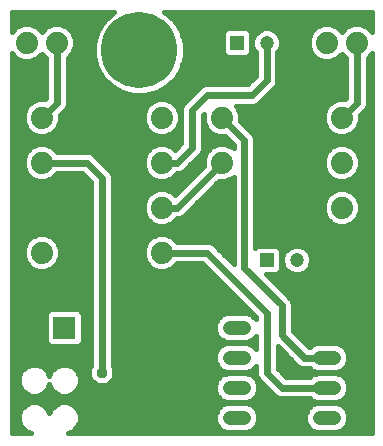
<source format=gtl>
G75*
G70*
%OFA0B0*%
%FSLAX24Y24*%
%IPPOS*%
%LPD*%
%AMOC8*
5,1,8,0,0,1.08239X$1,22.5*
%
%ADD10R,0.0472X0.0472*%
%ADD11C,0.0472*%
%ADD12C,0.0740*%
%ADD13C,0.0480*%
%ADD14C,0.0160*%
%ADD15C,0.0760*%
%ADD16C,0.2540*%
%ADD17R,0.0760X0.0760*%
%ADD18C,0.0240*%
%ADD19OC8,0.0356*%
D10*
X008938Y006346D03*
X007938Y013596D03*
D11*
X008922Y013596D03*
X009922Y006346D03*
D12*
X011430Y008096D03*
X011430Y009596D03*
X011430Y011096D03*
X010930Y013596D03*
X011930Y013596D03*
X007430Y011096D03*
X007430Y009596D03*
X007430Y008096D03*
X005430Y008096D03*
X005430Y006596D03*
X005430Y009596D03*
X005430Y011096D03*
X001930Y013596D03*
X000930Y013596D03*
X001430Y011096D03*
X001430Y009596D03*
X001430Y008096D03*
X001430Y006596D03*
D13*
X007690Y004096D02*
X008170Y004096D01*
X008170Y003096D02*
X007690Y003096D01*
X007690Y002096D02*
X008170Y002096D01*
X008170Y001096D02*
X007690Y001096D01*
X010690Y001096D02*
X011170Y001096D01*
X011170Y002096D02*
X010690Y002096D01*
X010690Y003096D02*
X011170Y003096D01*
X011170Y004096D02*
X010690Y004096D01*
D14*
X000420Y000586D02*
X000420Y013244D01*
X000584Y013079D01*
X000809Y012986D01*
X001051Y012986D01*
X001276Y013079D01*
X001430Y013234D01*
X001570Y013094D01*
X001570Y011745D01*
X001531Y011706D01*
X001309Y011706D01*
X001084Y011613D01*
X000913Y011442D01*
X000820Y011218D01*
X000820Y010975D01*
X000913Y010751D01*
X001084Y010579D01*
X001309Y010486D01*
X001551Y010486D01*
X001776Y010579D01*
X001947Y010751D01*
X002040Y010975D01*
X002040Y011197D01*
X002235Y011392D01*
X002290Y011525D01*
X002290Y013094D01*
X002447Y013251D01*
X002540Y013475D01*
X002540Y013718D01*
X002447Y013942D01*
X002276Y014113D01*
X002051Y014206D01*
X001809Y014206D01*
X001584Y014113D01*
X001430Y013959D01*
X001276Y014113D01*
X001051Y014206D01*
X000809Y014206D01*
X000584Y014113D01*
X000420Y013949D01*
X000420Y014606D01*
X003842Y014606D01*
X003753Y014555D01*
X003472Y014274D01*
X003273Y013929D01*
X003170Y013545D01*
X003170Y013148D01*
X003273Y012764D01*
X003472Y012419D01*
X003753Y012138D01*
X004097Y011939D01*
X004481Y011836D01*
X004879Y011836D01*
X005263Y011939D01*
X005607Y012138D01*
X005888Y012419D01*
X006087Y012764D01*
X006190Y013148D01*
X006190Y013545D01*
X006087Y013929D01*
X005888Y014274D01*
X005607Y014555D01*
X005518Y014606D01*
X012440Y014606D01*
X012440Y013949D01*
X012276Y014113D01*
X012051Y014206D01*
X011809Y014206D01*
X011584Y014113D01*
X011430Y013959D01*
X011276Y014113D01*
X011051Y014206D01*
X010809Y014206D01*
X010584Y014113D01*
X010413Y013942D01*
X010320Y013718D01*
X010320Y013475D01*
X010413Y013251D01*
X010584Y013079D01*
X010809Y012986D01*
X011051Y012986D01*
X011276Y013079D01*
X011430Y013234D01*
X011570Y013094D01*
X011570Y011745D01*
X011531Y011706D01*
X011309Y011706D01*
X011084Y011613D01*
X010913Y011442D01*
X010820Y011218D01*
X010820Y010975D01*
X010913Y010751D01*
X011084Y010579D01*
X011309Y010486D01*
X011551Y010486D01*
X011776Y010579D01*
X011947Y010751D01*
X012040Y010975D01*
X012040Y011197D01*
X012235Y011392D01*
X012290Y011525D01*
X012290Y013094D01*
X012440Y013244D01*
X012440Y000586D01*
X002296Y000586D01*
X002472Y000659D01*
X002617Y000804D01*
X002696Y000994D01*
X002696Y001199D01*
X002617Y001388D01*
X002472Y001533D01*
X002283Y001612D01*
X002077Y001612D01*
X001888Y001533D01*
X001743Y001388D01*
X001680Y001237D01*
X001617Y001388D01*
X001472Y001533D01*
X001283Y001612D01*
X001077Y001612D01*
X000888Y001533D01*
X000743Y001388D01*
X000664Y001199D01*
X000664Y000994D01*
X000743Y000804D01*
X000888Y000659D01*
X001064Y000586D01*
X000420Y000586D01*
X000420Y000663D02*
X000884Y000663D01*
X000736Y000822D02*
X000420Y000822D01*
X000420Y000980D02*
X000670Y000980D01*
X000664Y001139D02*
X000420Y001139D01*
X000420Y001297D02*
X000705Y001297D01*
X000810Y001456D02*
X000420Y001456D01*
X000420Y001614D02*
X012440Y001614D01*
X012440Y001456D02*
X011489Y001456D01*
X011442Y001503D02*
X011265Y001576D01*
X010595Y001576D01*
X010418Y001503D01*
X010283Y001368D01*
X010210Y001192D01*
X010210Y001001D01*
X010283Y000824D01*
X010418Y000689D01*
X010595Y000616D01*
X011265Y000616D01*
X011442Y000689D01*
X011577Y000824D01*
X011650Y001001D01*
X011650Y001192D01*
X011577Y001368D01*
X011442Y001503D01*
X011442Y001689D02*
X011577Y001824D01*
X011650Y002001D01*
X011650Y002192D01*
X011577Y002368D01*
X011442Y002503D01*
X011265Y002576D01*
X010595Y002576D01*
X010418Y002503D01*
X010371Y002456D01*
X009579Y002456D01*
X009290Y002745D01*
X009290Y003477D01*
X009875Y002892D01*
X009976Y002791D01*
X010108Y002736D01*
X010371Y002736D01*
X010418Y002689D01*
X010595Y002616D01*
X011265Y002616D01*
X011442Y002689D01*
X011577Y002824D01*
X011650Y003001D01*
X011650Y003192D01*
X011577Y003368D01*
X011442Y003503D01*
X011265Y003576D01*
X010595Y003576D01*
X010418Y003503D01*
X010371Y003456D01*
X010329Y003456D01*
X009790Y003995D01*
X009790Y004918D01*
X009735Y005050D01*
X009634Y005152D01*
X008915Y005870D01*
X009222Y005870D01*
X009310Y005907D01*
X009378Y005974D01*
X009414Y006062D01*
X009414Y006630D01*
X009378Y006719D01*
X009310Y006786D01*
X009222Y006823D01*
X008654Y006823D01*
X008566Y006786D01*
X008540Y006760D01*
X008540Y010418D01*
X008485Y010550D01*
X008384Y010652D01*
X008040Y010995D01*
X008040Y011218D01*
X007947Y011442D01*
X007903Y011486D01*
X008502Y011486D01*
X008634Y011541D01*
X008735Y011642D01*
X009227Y012135D01*
X009282Y012267D01*
X009282Y013283D01*
X009326Y013327D01*
X009398Y013502D01*
X010320Y013502D01*
X010320Y013660D02*
X009398Y013660D01*
X009398Y013691D02*
X009398Y013502D01*
X009333Y013343D02*
X010375Y013343D01*
X010479Y013185D02*
X009282Y013185D01*
X009282Y013026D02*
X010712Y013026D01*
X011148Y013026D02*
X011570Y013026D01*
X011570Y012868D02*
X009282Y012868D01*
X009282Y012709D02*
X011570Y012709D01*
X011570Y012551D02*
X009282Y012551D01*
X009282Y012392D02*
X011570Y012392D01*
X011570Y012234D02*
X009268Y012234D01*
X009168Y012075D02*
X011570Y012075D01*
X011570Y011917D02*
X009010Y011917D01*
X008851Y011758D02*
X011570Y011758D01*
X011071Y011600D02*
X008693Y011600D01*
X008281Y012206D02*
X006858Y012206D01*
X006726Y012152D01*
X006625Y012050D01*
X006226Y011652D01*
X006125Y011550D01*
X006070Y011418D01*
X006070Y010245D01*
X005857Y010032D01*
X005776Y010113D01*
X005551Y010206D01*
X005309Y010206D01*
X005084Y010113D01*
X004913Y009942D01*
X004820Y009718D01*
X004820Y009475D01*
X004913Y009251D01*
X005084Y009079D01*
X005309Y008986D01*
X005551Y008986D01*
X005776Y009079D01*
X005933Y009236D01*
X006002Y009236D01*
X006134Y009291D01*
X006235Y009392D01*
X006235Y009392D01*
X006735Y009892D01*
X006790Y010025D01*
X006790Y011197D01*
X006827Y011234D01*
X006820Y011218D01*
X006820Y010975D01*
X006913Y010751D01*
X007084Y010579D01*
X007309Y010486D01*
X007531Y010486D01*
X007820Y010197D01*
X007820Y010069D01*
X007776Y010113D01*
X007551Y010206D01*
X007309Y010206D01*
X007084Y010113D01*
X006913Y009942D01*
X006820Y009718D01*
X006820Y009495D01*
X005857Y008532D01*
X005776Y008613D01*
X005551Y008706D01*
X005309Y008706D01*
X005084Y008613D01*
X004913Y008442D01*
X004820Y008218D01*
X004820Y007975D01*
X004913Y007751D01*
X005084Y007579D01*
X005309Y007486D01*
X005551Y007486D01*
X005776Y007579D01*
X005933Y007736D01*
X006002Y007736D01*
X006134Y007791D01*
X007329Y008986D01*
X007551Y008986D01*
X007776Y009079D01*
X007820Y009124D01*
X007820Y006215D01*
X007134Y006902D01*
X007002Y006956D01*
X005933Y006956D01*
X005776Y007113D01*
X005551Y007206D01*
X005309Y007206D01*
X005084Y007113D01*
X004913Y006942D01*
X004820Y006718D01*
X004820Y006475D01*
X004913Y006251D01*
X005084Y006079D01*
X005309Y005986D01*
X005551Y005986D01*
X005776Y006079D01*
X005933Y006236D01*
X006781Y006236D01*
X008570Y004447D01*
X008570Y004375D01*
X008442Y004503D01*
X008265Y004576D01*
X007595Y004576D01*
X007418Y004503D01*
X007283Y004368D01*
X007210Y004192D01*
X007210Y004001D01*
X007283Y003824D01*
X007418Y003689D01*
X007595Y003616D01*
X008265Y003616D01*
X008442Y003689D01*
X008570Y003818D01*
X008570Y003375D01*
X008442Y003503D01*
X008265Y003576D01*
X007595Y003576D01*
X007418Y003503D01*
X007283Y003368D01*
X007210Y003192D01*
X007210Y003001D01*
X007283Y002824D01*
X007418Y002689D01*
X007595Y002616D01*
X008265Y002616D01*
X008442Y002689D01*
X008570Y002818D01*
X008570Y002525D01*
X008625Y002392D01*
X009125Y001892D01*
X009226Y001791D01*
X009358Y001736D01*
X010371Y001736D01*
X010418Y001689D01*
X010595Y001616D01*
X011265Y001616D01*
X011442Y001689D01*
X011525Y001773D02*
X012440Y001773D01*
X012440Y001931D02*
X011621Y001931D01*
X011650Y002090D02*
X012440Y002090D01*
X012440Y002248D02*
X011627Y002248D01*
X011538Y002407D02*
X012440Y002407D01*
X012440Y002565D02*
X011292Y002565D01*
X011476Y002724D02*
X012440Y002724D01*
X012440Y002882D02*
X011601Y002882D01*
X011650Y003041D02*
X012440Y003041D01*
X012440Y003199D02*
X011647Y003199D01*
X011581Y003358D02*
X012440Y003358D01*
X012440Y003516D02*
X011410Y003516D01*
X010568Y002565D02*
X009470Y002565D01*
X009312Y002724D02*
X010384Y002724D01*
X009885Y002882D02*
X009290Y002882D01*
X009290Y003041D02*
X009726Y003041D01*
X009568Y003199D02*
X009290Y003199D01*
X009290Y003358D02*
X009409Y003358D01*
X009952Y003833D02*
X012440Y003833D01*
X012440Y003675D02*
X010111Y003675D01*
X010269Y003516D02*
X010450Y003516D01*
X009794Y003992D02*
X012440Y003992D01*
X012440Y004150D02*
X009790Y004150D01*
X009790Y004309D02*
X012440Y004309D01*
X012440Y004467D02*
X009790Y004467D01*
X009790Y004626D02*
X012440Y004626D01*
X012440Y004784D02*
X009790Y004784D01*
X009780Y004943D02*
X012440Y004943D01*
X012440Y005101D02*
X009684Y005101D01*
X009526Y005260D02*
X012440Y005260D01*
X012440Y005418D02*
X009367Y005418D01*
X009209Y005577D02*
X012440Y005577D01*
X012440Y005735D02*
X009050Y005735D01*
X009279Y005894D02*
X009770Y005894D01*
X009827Y005870D02*
X009652Y005943D01*
X009518Y006077D01*
X009446Y006252D01*
X009446Y006441D01*
X009518Y006616D01*
X009652Y006750D01*
X009827Y006823D01*
X010017Y006823D01*
X010192Y006750D01*
X010326Y006616D01*
X010398Y006441D01*
X010398Y006252D01*
X010326Y006077D01*
X010192Y005943D01*
X010017Y005870D01*
X009827Y005870D01*
X010074Y005894D02*
X012440Y005894D01*
X012440Y006052D02*
X010302Y006052D01*
X010381Y006211D02*
X012440Y006211D01*
X012440Y006369D02*
X010398Y006369D01*
X010362Y006528D02*
X012440Y006528D01*
X012440Y006686D02*
X010256Y006686D01*
X009589Y006686D02*
X009391Y006686D01*
X009414Y006528D02*
X009482Y006528D01*
X009446Y006369D02*
X009414Y006369D01*
X009414Y006211D02*
X009463Y006211D01*
X009410Y006052D02*
X009543Y006052D01*
X008540Y006845D02*
X012440Y006845D01*
X012440Y007003D02*
X008540Y007003D01*
X008540Y007162D02*
X012440Y007162D01*
X012440Y007320D02*
X008540Y007320D01*
X008540Y007479D02*
X012440Y007479D01*
X012440Y007637D02*
X011834Y007637D01*
X011776Y007579D02*
X011947Y007751D01*
X012040Y007975D01*
X012040Y008218D01*
X011947Y008442D01*
X011776Y008613D01*
X011551Y008706D01*
X011309Y008706D01*
X011084Y008613D01*
X010913Y008442D01*
X010820Y008218D01*
X010820Y007975D01*
X010913Y007751D01*
X011084Y007579D01*
X011309Y007486D01*
X011551Y007486D01*
X011776Y007579D01*
X011966Y007796D02*
X012440Y007796D01*
X012440Y007954D02*
X012031Y007954D01*
X012040Y008113D02*
X012440Y008113D01*
X012440Y008271D02*
X012018Y008271D01*
X011952Y008430D02*
X012440Y008430D01*
X012440Y008588D02*
X011801Y008588D01*
X011551Y008986D02*
X011776Y009079D01*
X011947Y009251D01*
X012040Y009475D01*
X012040Y009718D01*
X011947Y009942D01*
X011776Y010113D01*
X011551Y010206D01*
X011309Y010206D01*
X011084Y010113D01*
X010913Y009942D01*
X010820Y009718D01*
X010820Y009475D01*
X010913Y009251D01*
X011084Y009079D01*
X011309Y008986D01*
X011551Y008986D01*
X011738Y009064D02*
X012440Y009064D01*
X012440Y009222D02*
X011919Y009222D01*
X012001Y009381D02*
X012440Y009381D01*
X012440Y009539D02*
X012040Y009539D01*
X012040Y009698D02*
X012440Y009698D01*
X012440Y009856D02*
X011983Y009856D01*
X011874Y010015D02*
X012440Y010015D01*
X012440Y010173D02*
X011631Y010173D01*
X011561Y010490D02*
X012440Y010490D01*
X012440Y010332D02*
X008540Y010332D01*
X008540Y010173D02*
X011229Y010173D01*
X010986Y010015D02*
X008540Y010015D01*
X008540Y009856D02*
X010877Y009856D01*
X010820Y009698D02*
X008540Y009698D01*
X008540Y009539D02*
X010820Y009539D01*
X010859Y009381D02*
X008540Y009381D01*
X008540Y009222D02*
X010941Y009222D01*
X011122Y009064D02*
X008540Y009064D01*
X008540Y008905D02*
X012440Y008905D01*
X012440Y008747D02*
X008540Y008747D01*
X008540Y008588D02*
X011059Y008588D01*
X010908Y008430D02*
X008540Y008430D01*
X008540Y008271D02*
X010842Y008271D01*
X010820Y008113D02*
X008540Y008113D01*
X008540Y007954D02*
X010829Y007954D01*
X010894Y007796D02*
X008540Y007796D01*
X008540Y007637D02*
X011026Y007637D01*
X011299Y010490D02*
X008510Y010490D01*
X008387Y010649D02*
X011015Y010649D01*
X010889Y010807D02*
X008228Y010807D01*
X008070Y010966D02*
X010824Y010966D01*
X010820Y011124D02*
X008040Y011124D01*
X008013Y011283D02*
X010847Y011283D01*
X010913Y011441D02*
X007947Y011441D01*
X008281Y012206D02*
X008562Y012488D01*
X008562Y013283D01*
X008518Y013327D01*
X008446Y013502D01*
X008414Y013502D01*
X008446Y013502D02*
X008446Y013691D01*
X008518Y013866D01*
X008652Y014000D01*
X008827Y014073D01*
X009017Y014073D01*
X009192Y014000D01*
X009326Y013866D01*
X009398Y013691D01*
X009345Y013819D02*
X010362Y013819D01*
X010448Y013977D02*
X009215Y013977D01*
X008630Y013977D02*
X008369Y013977D01*
X008378Y013969D02*
X008310Y014036D01*
X008222Y014073D01*
X007654Y014073D01*
X007566Y014036D01*
X007498Y013969D01*
X007462Y013880D01*
X007462Y013312D01*
X007498Y013224D01*
X007566Y013157D01*
X007654Y013120D01*
X008222Y013120D01*
X008310Y013157D01*
X008378Y013224D01*
X008414Y013312D01*
X008414Y013880D01*
X008378Y013969D01*
X008414Y013819D02*
X008499Y013819D01*
X008446Y013660D02*
X008414Y013660D01*
X008414Y013343D02*
X008511Y013343D01*
X008562Y013185D02*
X008338Y013185D01*
X008562Y013026D02*
X006158Y013026D01*
X006190Y013185D02*
X007538Y013185D01*
X007462Y013343D02*
X006190Y013343D01*
X006190Y013502D02*
X007462Y013502D01*
X007462Y013660D02*
X006159Y013660D01*
X006117Y013819D02*
X007462Y013819D01*
X007507Y013977D02*
X006059Y013977D01*
X005968Y014136D02*
X010639Y014136D01*
X011221Y014136D02*
X011639Y014136D01*
X011448Y013977D02*
X011412Y013977D01*
X011381Y013185D02*
X011479Y013185D01*
X012290Y013026D02*
X012440Y013026D01*
X012440Y012868D02*
X012290Y012868D01*
X012290Y012709D02*
X012440Y012709D01*
X012440Y012551D02*
X012290Y012551D01*
X012290Y012392D02*
X012440Y012392D01*
X012440Y012234D02*
X012290Y012234D01*
X012290Y012075D02*
X012440Y012075D01*
X012440Y011917D02*
X012290Y011917D01*
X012290Y011758D02*
X012440Y011758D01*
X012440Y011600D02*
X012290Y011600D01*
X012255Y011441D02*
X012440Y011441D01*
X012440Y011283D02*
X012126Y011283D01*
X012040Y011124D02*
X012440Y011124D01*
X012440Y010966D02*
X012036Y010966D01*
X011971Y010807D02*
X012440Y010807D01*
X012440Y010649D02*
X011845Y010649D01*
X012381Y013185D02*
X012440Y013185D01*
X012412Y013977D02*
X012440Y013977D01*
X012440Y014136D02*
X012221Y014136D01*
X012440Y014294D02*
X005867Y014294D01*
X005709Y014453D02*
X012440Y014453D01*
X008562Y012868D02*
X006115Y012868D01*
X006056Y012709D02*
X008562Y012709D01*
X008562Y012551D02*
X005964Y012551D01*
X005861Y012392D02*
X008467Y012392D01*
X008308Y012234D02*
X005703Y012234D01*
X005499Y012075D02*
X006650Y012075D01*
X006625Y012050D02*
X006625Y012050D01*
X006491Y011917D02*
X005179Y011917D01*
X005309Y011706D02*
X005084Y011613D01*
X004913Y011442D01*
X004820Y011218D01*
X004820Y010975D01*
X004913Y010751D01*
X005084Y010579D01*
X005309Y010486D01*
X005551Y010486D01*
X005776Y010579D01*
X005947Y010751D01*
X006040Y010975D01*
X006040Y011218D01*
X005947Y011442D01*
X005776Y011613D01*
X005551Y011706D01*
X005309Y011706D01*
X005071Y011600D02*
X002290Y011600D01*
X002290Y011758D02*
X006333Y011758D01*
X006226Y011652D02*
X006226Y011652D01*
X006174Y011600D02*
X005789Y011600D01*
X005947Y011441D02*
X006080Y011441D01*
X006070Y011283D02*
X006013Y011283D01*
X006040Y011124D02*
X006070Y011124D01*
X006070Y010966D02*
X006036Y010966D01*
X006070Y010807D02*
X005971Y010807D01*
X006070Y010649D02*
X005845Y010649D01*
X006070Y010490D02*
X005561Y010490D01*
X005299Y010490D02*
X001561Y010490D01*
X001299Y010490D02*
X000420Y010490D01*
X000420Y010332D02*
X006070Y010332D01*
X005998Y010173D02*
X005631Y010173D01*
X005229Y010173D02*
X001631Y010173D01*
X001551Y010206D02*
X001309Y010206D01*
X001084Y010113D01*
X000913Y009942D01*
X000820Y009718D01*
X000820Y009475D01*
X000913Y009251D01*
X001084Y009079D01*
X001309Y008986D01*
X001551Y008986D01*
X001776Y009079D01*
X001933Y009236D01*
X002781Y009236D01*
X003070Y008947D01*
X003070Y002828D01*
X003012Y002770D01*
X003012Y002423D01*
X003257Y002178D01*
X003603Y002178D01*
X003848Y002423D01*
X003848Y002770D01*
X003790Y002828D01*
X003790Y009168D01*
X003735Y009300D01*
X003235Y009800D01*
X003134Y009902D01*
X003002Y009956D01*
X001933Y009956D01*
X001776Y010113D01*
X001551Y010206D01*
X001874Y010015D02*
X004986Y010015D01*
X004877Y009856D02*
X003179Y009856D01*
X003338Y009698D02*
X004820Y009698D01*
X004820Y009539D02*
X003496Y009539D01*
X003655Y009381D02*
X004859Y009381D01*
X004941Y009222D02*
X003767Y009222D01*
X003790Y009064D02*
X005122Y009064D01*
X005059Y008588D02*
X003790Y008588D01*
X003790Y008430D02*
X004908Y008430D01*
X004842Y008271D02*
X003790Y008271D01*
X003790Y008113D02*
X004820Y008113D01*
X004829Y007954D02*
X003790Y007954D01*
X003790Y007796D02*
X004894Y007796D01*
X005026Y007637D02*
X003790Y007637D01*
X003790Y007479D02*
X007820Y007479D01*
X007820Y007637D02*
X005834Y007637D01*
X006139Y007796D02*
X007820Y007796D01*
X007820Y007954D02*
X006297Y007954D01*
X006456Y008113D02*
X007820Y008113D01*
X007820Y008271D02*
X006614Y008271D01*
X006773Y008430D02*
X007820Y008430D01*
X007820Y008588D02*
X006931Y008588D01*
X007090Y008747D02*
X007820Y008747D01*
X007820Y008905D02*
X007248Y008905D01*
X007738Y009064D02*
X007820Y009064D01*
X006986Y010015D02*
X006786Y010015D01*
X006790Y010173D02*
X007229Y010173D01*
X007299Y010490D02*
X006790Y010490D01*
X006790Y010332D02*
X007685Y010332D01*
X007631Y010173D02*
X007820Y010173D01*
X007015Y010649D02*
X006790Y010649D01*
X006790Y010807D02*
X006889Y010807D01*
X006824Y010966D02*
X006790Y010966D01*
X006790Y011124D02*
X006820Y011124D01*
X006877Y009856D02*
X006699Y009856D01*
X006820Y009698D02*
X006541Y009698D01*
X006382Y009539D02*
X006820Y009539D01*
X006705Y009381D02*
X006224Y009381D01*
X005919Y009222D02*
X006547Y009222D01*
X006388Y009064D02*
X005738Y009064D01*
X006071Y008747D02*
X003790Y008747D01*
X003790Y008905D02*
X006230Y008905D01*
X005913Y008588D02*
X005801Y008588D01*
X005659Y007162D02*
X007820Y007162D01*
X007820Y007320D02*
X003790Y007320D01*
X003790Y007162D02*
X005201Y007162D01*
X004974Y007003D02*
X003790Y007003D01*
X003790Y006845D02*
X004873Y006845D01*
X004820Y006686D02*
X003790Y006686D01*
X003790Y006528D02*
X004820Y006528D01*
X004864Y006369D02*
X003790Y006369D01*
X003790Y006211D02*
X004953Y006211D01*
X005149Y006052D02*
X003790Y006052D01*
X003790Y005894D02*
X007123Y005894D01*
X006965Y006052D02*
X005711Y006052D01*
X005907Y006211D02*
X006806Y006211D01*
X007282Y005735D02*
X003790Y005735D01*
X003790Y005577D02*
X007440Y005577D01*
X007599Y005418D02*
X003790Y005418D01*
X003790Y005260D02*
X007757Y005260D01*
X007916Y005101D02*
X003790Y005101D01*
X003790Y004943D02*
X008074Y004943D01*
X008233Y004784D02*
X003790Y004784D01*
X003790Y004626D02*
X008391Y004626D01*
X008478Y004467D02*
X008550Y004467D01*
X008570Y003675D02*
X008407Y003675D01*
X008410Y003516D02*
X008570Y003516D01*
X008570Y002724D02*
X008476Y002724D01*
X008570Y002565D02*
X008292Y002565D01*
X008265Y002576D02*
X008442Y002503D01*
X008577Y002368D01*
X008650Y002192D01*
X008650Y002001D01*
X008577Y001824D01*
X008442Y001689D01*
X008265Y001616D01*
X007595Y001616D01*
X007418Y001689D01*
X007283Y001824D01*
X007210Y002001D01*
X007210Y002192D01*
X007283Y002368D01*
X007418Y002503D01*
X007595Y002576D01*
X008265Y002576D01*
X008538Y002407D02*
X008619Y002407D01*
X008627Y002248D02*
X008769Y002248D01*
X008650Y002090D02*
X008927Y002090D01*
X009086Y001931D02*
X008621Y001931D01*
X008525Y001773D02*
X009270Y001773D01*
X008577Y001368D02*
X008650Y001192D01*
X008650Y001001D01*
X008577Y000824D01*
X008442Y000689D01*
X008265Y000616D01*
X007595Y000616D01*
X007418Y000689D01*
X007283Y000824D01*
X007210Y001001D01*
X007210Y001192D01*
X007283Y001368D01*
X007418Y001503D01*
X007595Y001576D01*
X008265Y001576D01*
X008442Y001503D01*
X008577Y001368D01*
X008606Y001297D02*
X010254Y001297D01*
X010210Y001139D02*
X008650Y001139D01*
X008641Y000980D02*
X010218Y000980D01*
X010286Y000822D02*
X008574Y000822D01*
X008379Y000663D02*
X010481Y000663D01*
X010371Y001456D02*
X008489Y001456D01*
X007481Y000663D02*
X002476Y000663D01*
X002624Y000822D02*
X007286Y000822D01*
X007218Y000980D02*
X002690Y000980D01*
X002696Y001139D02*
X007210Y001139D01*
X007254Y001297D02*
X002655Y001297D01*
X002550Y001456D02*
X007371Y001456D01*
X007335Y001773D02*
X000420Y001773D01*
X000420Y001931D02*
X000866Y001931D01*
X000888Y001909D02*
X001077Y001831D01*
X001283Y001831D01*
X001472Y001909D01*
X001617Y002054D01*
X001680Y002206D01*
X001743Y002054D01*
X001888Y001909D01*
X002077Y001831D01*
X002283Y001831D01*
X002472Y001909D01*
X002617Y002054D01*
X002696Y002244D01*
X002696Y002449D01*
X002617Y002638D01*
X002472Y002783D01*
X002283Y002862D01*
X002077Y002862D01*
X001888Y002783D01*
X001743Y002638D01*
X001680Y002487D01*
X001617Y002638D01*
X001472Y002783D01*
X001283Y002862D01*
X001077Y002862D01*
X000888Y002783D01*
X000743Y002638D01*
X000664Y002449D01*
X000664Y002244D01*
X000743Y002054D01*
X000888Y001909D01*
X000728Y002090D02*
X000420Y002090D01*
X000420Y002248D02*
X000664Y002248D01*
X000664Y002407D02*
X000420Y002407D01*
X000420Y002565D02*
X000713Y002565D01*
X000828Y002724D02*
X000420Y002724D01*
X000420Y002882D02*
X003070Y002882D01*
X003070Y003041D02*
X000420Y003041D01*
X000420Y003199D02*
X003070Y003199D01*
X003070Y003358D02*
X000420Y003358D01*
X000420Y003516D02*
X001661Y003516D01*
X001664Y003513D02*
X001752Y003476D01*
X002608Y003476D01*
X002696Y003513D01*
X002763Y003580D01*
X002800Y003669D01*
X002800Y004524D01*
X002763Y004612D01*
X002696Y004680D01*
X002608Y004716D01*
X001752Y004716D01*
X001664Y004680D01*
X001597Y004612D01*
X001560Y004524D01*
X001560Y003669D01*
X001597Y003580D01*
X001664Y003513D01*
X001560Y003675D02*
X000420Y003675D01*
X000420Y003833D02*
X001560Y003833D01*
X001560Y003992D02*
X000420Y003992D01*
X000420Y004150D02*
X001560Y004150D01*
X001560Y004309D02*
X000420Y004309D01*
X000420Y004467D02*
X001560Y004467D01*
X001610Y004626D02*
X000420Y004626D01*
X000420Y004784D02*
X003070Y004784D01*
X003070Y004626D02*
X002750Y004626D01*
X002800Y004467D02*
X003070Y004467D01*
X003070Y004309D02*
X002800Y004309D01*
X002800Y004150D02*
X003070Y004150D01*
X003070Y003992D02*
X002800Y003992D01*
X002800Y003833D02*
X003070Y003833D01*
X003070Y003675D02*
X002800Y003675D01*
X002699Y003516D02*
X003070Y003516D01*
X003012Y002724D02*
X002532Y002724D01*
X002647Y002565D02*
X003012Y002565D01*
X003028Y002407D02*
X002696Y002407D01*
X002696Y002248D02*
X003187Y002248D01*
X003673Y002248D02*
X007233Y002248D01*
X007210Y002090D02*
X002632Y002090D01*
X002494Y001931D02*
X007239Y001931D01*
X007322Y002407D02*
X003832Y002407D01*
X003848Y002565D02*
X007568Y002565D01*
X007384Y002724D02*
X003848Y002724D01*
X003790Y002882D02*
X007259Y002882D01*
X007210Y003041D02*
X003790Y003041D01*
X003790Y003199D02*
X007213Y003199D01*
X007279Y003358D02*
X003790Y003358D01*
X003790Y003516D02*
X007450Y003516D01*
X007453Y003675D02*
X003790Y003675D01*
X003790Y003833D02*
X007279Y003833D01*
X007214Y003992D02*
X003790Y003992D01*
X003790Y004150D02*
X007210Y004150D01*
X007258Y004309D02*
X003790Y004309D01*
X003790Y004467D02*
X007382Y004467D01*
X007666Y006369D02*
X007820Y006369D01*
X007820Y006528D02*
X007508Y006528D01*
X007349Y006686D02*
X007820Y006686D01*
X007820Y006845D02*
X007191Y006845D01*
X007820Y007003D02*
X005886Y007003D01*
X003070Y007003D02*
X001886Y007003D01*
X001947Y006942D02*
X001776Y007113D01*
X001551Y007206D01*
X001309Y007206D01*
X001084Y007113D01*
X000913Y006942D01*
X000820Y006718D01*
X000820Y006475D01*
X000913Y006251D01*
X001084Y006079D01*
X001309Y005986D01*
X001551Y005986D01*
X001776Y006079D01*
X001947Y006251D01*
X002040Y006475D01*
X002040Y006718D01*
X001947Y006942D01*
X001987Y006845D02*
X003070Y006845D01*
X003070Y006686D02*
X002040Y006686D01*
X002040Y006528D02*
X003070Y006528D01*
X003070Y006369D02*
X001996Y006369D01*
X001907Y006211D02*
X003070Y006211D01*
X003070Y006052D02*
X001711Y006052D01*
X001149Y006052D02*
X000420Y006052D01*
X000420Y005894D02*
X003070Y005894D01*
X003070Y005735D02*
X000420Y005735D01*
X000420Y005577D02*
X003070Y005577D01*
X003070Y005418D02*
X000420Y005418D01*
X000420Y005260D02*
X003070Y005260D01*
X003070Y005101D02*
X000420Y005101D01*
X000420Y004943D02*
X003070Y004943D01*
X001828Y002724D02*
X001532Y002724D01*
X001647Y002565D02*
X001713Y002565D01*
X001728Y002090D02*
X001632Y002090D01*
X001494Y001931D02*
X001866Y001931D01*
X001810Y001456D02*
X001550Y001456D01*
X001655Y001297D02*
X001705Y001297D01*
X000953Y006211D02*
X000420Y006211D01*
X000420Y006369D02*
X000864Y006369D01*
X000820Y006528D02*
X000420Y006528D01*
X000420Y006686D02*
X000820Y006686D01*
X000873Y006845D02*
X000420Y006845D01*
X000420Y007003D02*
X000974Y007003D01*
X001201Y007162D02*
X000420Y007162D01*
X000420Y007320D02*
X003070Y007320D01*
X003070Y007162D02*
X001659Y007162D01*
X000420Y007479D02*
X003070Y007479D01*
X003070Y007637D02*
X000420Y007637D01*
X000420Y007796D02*
X003070Y007796D01*
X003070Y007954D02*
X000420Y007954D01*
X000420Y008113D02*
X003070Y008113D01*
X003070Y008271D02*
X000420Y008271D01*
X000420Y008430D02*
X003070Y008430D01*
X003070Y008588D02*
X000420Y008588D01*
X000420Y008747D02*
X003070Y008747D01*
X003070Y008905D02*
X000420Y008905D01*
X000420Y009064D02*
X001122Y009064D01*
X000941Y009222D02*
X000420Y009222D01*
X000420Y009381D02*
X000859Y009381D01*
X000820Y009539D02*
X000420Y009539D01*
X000420Y009698D02*
X000820Y009698D01*
X000877Y009856D02*
X000420Y009856D01*
X000420Y010015D02*
X000986Y010015D01*
X001229Y010173D02*
X000420Y010173D01*
X000420Y010649D02*
X001015Y010649D01*
X000889Y010807D02*
X000420Y010807D01*
X000420Y010966D02*
X000824Y010966D01*
X000820Y011124D02*
X000420Y011124D01*
X000420Y011283D02*
X000847Y011283D01*
X000913Y011441D02*
X000420Y011441D01*
X000420Y011600D02*
X001071Y011600D01*
X001570Y011758D02*
X000420Y011758D01*
X000420Y011917D02*
X001570Y011917D01*
X001570Y012075D02*
X000420Y012075D01*
X000420Y012234D02*
X001570Y012234D01*
X001570Y012392D02*
X000420Y012392D01*
X000420Y012551D02*
X001570Y012551D01*
X001570Y012709D02*
X000420Y012709D01*
X000420Y012868D02*
X001570Y012868D01*
X001570Y013026D02*
X001148Y013026D01*
X001381Y013185D02*
X001479Y013185D01*
X000712Y013026D02*
X000420Y013026D01*
X000420Y013185D02*
X000479Y013185D01*
X000448Y013977D02*
X000420Y013977D01*
X000420Y014136D02*
X000639Y014136D01*
X000420Y014294D02*
X003493Y014294D01*
X003392Y014136D02*
X002221Y014136D01*
X002412Y013977D02*
X003301Y013977D01*
X003243Y013819D02*
X002498Y013819D01*
X002540Y013660D02*
X003201Y013660D01*
X003170Y013502D02*
X002540Y013502D01*
X002485Y013343D02*
X003170Y013343D01*
X003170Y013185D02*
X002381Y013185D01*
X002290Y013026D02*
X003202Y013026D01*
X003245Y012868D02*
X002290Y012868D01*
X002290Y012709D02*
X003304Y012709D01*
X003396Y012551D02*
X002290Y012551D01*
X002290Y012392D02*
X003499Y012392D01*
X003657Y012234D02*
X002290Y012234D01*
X002290Y012075D02*
X003861Y012075D01*
X004181Y011917D02*
X002290Y011917D01*
X002255Y011441D02*
X004913Y011441D01*
X004847Y011283D02*
X002126Y011283D01*
X002040Y011124D02*
X004820Y011124D01*
X004824Y010966D02*
X002036Y010966D01*
X001971Y010807D02*
X004889Y010807D01*
X005015Y010649D02*
X001845Y010649D01*
X001919Y009222D02*
X002795Y009222D01*
X002953Y009064D02*
X001738Y009064D01*
X001448Y013977D02*
X001412Y013977D01*
X001221Y014136D02*
X001639Y014136D01*
X000420Y014453D02*
X003651Y014453D01*
X011606Y001297D02*
X012440Y001297D01*
X012440Y001139D02*
X011650Y001139D01*
X011641Y000980D02*
X012440Y000980D01*
X012440Y000822D02*
X011574Y000822D01*
X011379Y000663D02*
X012440Y000663D01*
D15*
X001180Y004096D03*
D16*
X004680Y013346D03*
D17*
X002180Y004096D03*
D18*
X003430Y002596D02*
X003430Y009096D01*
X002930Y009596D01*
X001430Y009596D01*
X001430Y011096D02*
X001930Y011596D01*
X001930Y013596D01*
X005430Y009596D02*
X005930Y009596D01*
X006430Y010096D01*
X006430Y011346D01*
X006930Y011846D01*
X008430Y011846D01*
X008922Y012338D01*
X008922Y013596D01*
X007430Y011096D02*
X008180Y010346D01*
X008180Y006096D01*
X009430Y004846D01*
X009430Y003846D01*
X010180Y003096D01*
X010930Y003096D01*
X010930Y002096D02*
X009430Y002096D01*
X008930Y002596D01*
X008930Y004596D01*
X006930Y006596D01*
X005430Y006596D01*
X005430Y008096D02*
X005930Y008096D01*
X007430Y009596D01*
X011430Y011096D02*
X011930Y011596D01*
X011930Y013596D01*
D19*
X003430Y002596D03*
M02*

</source>
